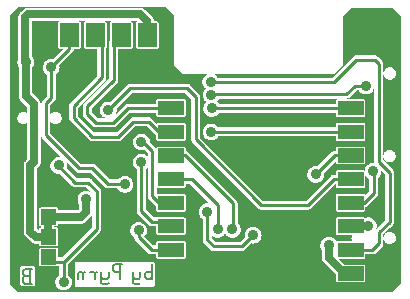
<source format=gbr>
G04 start of page 3 for group 5 idx 5 *
G04 Title: (unknown), bottom *
G04 Creator: pcb 20140316 *
G04 CreationDate: Tue Dec  8 09:12:03 2015 UTC *
G04 For: clemi *
G04 Format: Gerber/RS-274X *
G04 PCB-Dimensions (mil): 1338.58 984.25 *
G04 PCB-Coordinate-Origin: lower left *
%MOIN*%
%FSLAX25Y25*%
%LNBOTTOM*%
%ADD38C,0.0118*%
%ADD37C,0.0200*%
%ADD36C,0.0240*%
%ADD35C,0.0360*%
%ADD34R,0.0472X0.0472*%
%ADD33R,0.0630X0.0630*%
%ADD32C,0.0060*%
%ADD31C,0.0250*%
%ADD30C,0.0100*%
%ADD29C,0.0001*%
G54D29*G36*
X110411Y60392D02*X110473Y60340D01*
X110554Y60291D01*
X110641Y60254D01*
X110733Y60232D01*
X110827Y60227D01*
X119582Y60232D01*
X119674Y60254D01*
X119761Y60291D01*
X119842Y60340D01*
X119914Y60401D01*
X119975Y60473D01*
X120024Y60554D01*
X120061Y60641D01*
X120083Y60733D01*
X120088Y60827D01*
X120083Y65645D01*
X120061Y65737D01*
X120024Y65824D01*
X119975Y65905D01*
X119914Y65977D01*
X119842Y66038D01*
X119761Y66087D01*
X119674Y66124D01*
X119582Y66146D01*
X119488Y66151D01*
X110733Y66146D01*
X110641Y66124D01*
X110554Y66087D01*
X110473Y66038D01*
X110411Y65985D01*
Y66413D01*
X113721D01*
X113780Y66409D01*
X114014Y66427D01*
X114015Y66427D01*
X114244Y66482D01*
X114463Y66573D01*
X114664Y66696D01*
X114843Y66849D01*
X114882Y66894D01*
X117157Y69169D01*
X117911D01*
X118003Y69018D01*
X118290Y68683D01*
X118625Y68397D01*
X119000Y68167D01*
X119408Y67998D01*
X119836Y67895D01*
X120276Y67861D01*
X120715Y67895D01*
X121144Y67998D01*
X121551Y68167D01*
X121926Y68397D01*
X122262Y68683D01*
X122548Y69018D01*
X122778Y69394D01*
X122947Y69801D01*
X123008Y70056D01*
Y45433D01*
X123003Y45374D01*
X123022Y45139D01*
X123077Y44909D01*
X123081Y44899D01*
X123077Y44900D01*
X122638Y44935D01*
X122198Y44900D01*
X121770Y44797D01*
X121363Y44628D01*
X120987Y44398D01*
X120652Y44112D01*
X120366Y43777D01*
X120135Y43401D01*
X119967Y42994D01*
X119864Y42565D01*
X119851Y42408D01*
X119842Y42416D01*
X119761Y42465D01*
X119674Y42502D01*
X119582Y42524D01*
X119488Y42529D01*
X110733Y42524D01*
X110641Y42502D01*
X110554Y42465D01*
X110473Y42416D01*
X110411Y42363D01*
Y44644D01*
X110473Y44592D01*
X110554Y44542D01*
X110641Y44506D01*
X110733Y44484D01*
X110827Y44479D01*
X119582Y44484D01*
X119674Y44506D01*
X119761Y44542D01*
X119842Y44592D01*
X119914Y44653D01*
X119975Y44725D01*
X120024Y44806D01*
X120061Y44893D01*
X120083Y44985D01*
X120088Y45079D01*
X120083Y49897D01*
X120061Y49989D01*
X120024Y50076D01*
X119975Y50157D01*
X119914Y50229D01*
X119842Y50290D01*
X119761Y50339D01*
X119674Y50376D01*
X119582Y50398D01*
X119488Y50403D01*
X110733Y50398D01*
X110641Y50376D01*
X110554Y50339D01*
X110473Y50290D01*
X110411Y50237D01*
Y52518D01*
X110473Y52466D01*
X110554Y52417D01*
X110641Y52380D01*
X110733Y52358D01*
X110827Y52353D01*
X119582Y52358D01*
X119674Y52380D01*
X119761Y52417D01*
X119842Y52466D01*
X119914Y52527D01*
X119975Y52599D01*
X120024Y52680D01*
X120061Y52767D01*
X120083Y52859D01*
X120088Y52953D01*
X120083Y57771D01*
X120061Y57863D01*
X120024Y57950D01*
X119975Y58031D01*
X119914Y58103D01*
X119842Y58164D01*
X119761Y58213D01*
X119674Y58250D01*
X119582Y58272D01*
X119488Y58277D01*
X110733Y58272D01*
X110641Y58250D01*
X110554Y58213D01*
X110473Y58164D01*
X110411Y58111D01*
Y60392D01*
G37*
G36*
Y65985D02*X110401Y65977D01*
X110340Y65905D01*
X110291Y65824D01*
X110254Y65737D01*
X110232Y65645D01*
X110227Y65551D01*
X110228Y64689D01*
X71262D01*
X71170Y64840D01*
X70884Y65175D01*
X70549Y65461D01*
X70445Y65524D01*
X70687Y65731D01*
X70973Y66066D01*
X71186Y66413D01*
X110411D01*
Y65985D01*
G37*
G36*
X36633Y96850D02*X53543D01*
X56299Y94094D01*
Y77559D01*
X59252Y74606D01*
X67365D01*
X67229Y74550D01*
X66853Y74319D01*
X66518Y74033D01*
X66232Y73698D01*
X66001Y73322D01*
X65833Y72915D01*
X65730Y72487D01*
X65695Y72047D01*
X65730Y71608D01*
X65833Y71179D01*
X66001Y70772D01*
X66232Y70396D01*
X66518Y70061D01*
X66826Y69798D01*
X66715Y69703D01*
X66429Y69367D01*
X66198Y68992D01*
X66030Y68584D01*
X65927Y68156D01*
X65892Y67717D01*
X65927Y67277D01*
X66030Y66849D01*
X66198Y66441D01*
X66429Y66066D01*
X66715Y65731D01*
X67050Y65444D01*
X67153Y65381D01*
X66912Y65175D01*
X66625Y64840D01*
X66395Y64464D01*
X66226Y64057D01*
X66124Y63628D01*
X66089Y63189D01*
X66124Y62750D01*
X66226Y62321D01*
X66395Y61914D01*
X66625Y61538D01*
X66912Y61203D01*
X67247Y60917D01*
X67623Y60686D01*
X68030Y60518D01*
X68458Y60415D01*
X68898Y60380D01*
X69337Y60415D01*
X69766Y60518D01*
X70173Y60686D01*
X70549Y60917D01*
X70884Y61203D01*
X71170Y61538D01*
X71262Y61689D01*
X110231D01*
X110232Y60733D01*
X110254Y60641D01*
X110291Y60554D01*
X110340Y60473D01*
X110401Y60401D01*
X110411Y60392D01*
Y58111D01*
X110401Y58103D01*
X110340Y58031D01*
X110291Y57950D01*
X110254Y57863D01*
X110232Y57771D01*
X110227Y57677D01*
X110228Y56815D01*
X71065D01*
X70973Y56966D01*
X70687Y57301D01*
X70352Y57587D01*
X69976Y57817D01*
X69569Y57986D01*
X69140Y58089D01*
X68701Y58124D01*
X68261Y58089D01*
X67833Y57986D01*
X67426Y57817D01*
X67050Y57587D01*
X66715Y57301D01*
X66429Y56966D01*
X66198Y56590D01*
X66030Y56183D01*
X65927Y55754D01*
X65892Y55315D01*
X65927Y54876D01*
X66030Y54447D01*
X66198Y54040D01*
X66429Y53664D01*
X66715Y53329D01*
X67050Y53043D01*
X67426Y52812D01*
X67833Y52644D01*
X68261Y52541D01*
X68701Y52506D01*
X69140Y52541D01*
X69569Y52644D01*
X69976Y52812D01*
X70352Y53043D01*
X70687Y53329D01*
X70973Y53664D01*
X71065Y53815D01*
X110231D01*
X110232Y52859D01*
X110254Y52767D01*
X110291Y52680D01*
X110340Y52599D01*
X110401Y52527D01*
X110411Y52518D01*
Y50237D01*
X110401Y50229D01*
X110340Y50157D01*
X110291Y50076D01*
X110254Y49989D01*
X110232Y49897D01*
X110227Y49803D01*
X110228Y48941D01*
X109901D01*
X109843Y48946D01*
X109607Y48927D01*
X109378Y48872D01*
X109159Y48782D01*
X108958Y48658D01*
X108958Y48658D01*
X108779Y48505D01*
X108740Y48460D01*
X104155Y43874D01*
X103983Y43916D01*
X103543Y43950D01*
X103104Y43916D01*
X102675Y43813D01*
X102268Y43644D01*
X101892Y43414D01*
X101557Y43128D01*
X101271Y42793D01*
X101041Y42417D01*
X100872Y42010D01*
X100769Y41581D01*
X100735Y41142D01*
X100769Y40702D01*
X100872Y40274D01*
X101041Y39867D01*
X101271Y39491D01*
X101557Y39156D01*
X101892Y38870D01*
X102268Y38639D01*
X102675Y38471D01*
X103104Y38368D01*
X103543Y38333D01*
X103983Y38368D01*
X104411Y38471D01*
X104818Y38639D01*
X105194Y38870D01*
X105529Y39156D01*
X105816Y39491D01*
X106046Y39867D01*
X106214Y40274D01*
X106317Y40702D01*
X106343Y41142D01*
X106317Y41581D01*
X106276Y41753D01*
X110231Y45709D01*
X110232Y44985D01*
X110254Y44893D01*
X110291Y44806D01*
X110340Y44725D01*
X110401Y44653D01*
X110411Y44644D01*
Y42363D01*
X110401Y42355D01*
X110340Y42283D01*
X110291Y42202D01*
X110254Y42115D01*
X110232Y42023D01*
X110227Y41929D01*
X110228Y41067D01*
X109704D01*
X109646Y41072D01*
X109410Y41053D01*
X109181Y40998D01*
X108963Y40908D01*
X108761Y40784D01*
X108761Y40784D01*
X108582Y40631D01*
X108543Y40586D01*
X100363Y32406D01*
X86054D01*
X65083Y53377D01*
Y66870D01*
X65087Y66929D01*
X65069Y67164D01*
X65069Y67165D01*
X65014Y67394D01*
X64923Y67612D01*
X64800Y67814D01*
X64647Y67993D01*
X64602Y68031D01*
X61732Y70901D01*
X61694Y70946D01*
X61514Y71099D01*
X61313Y71223D01*
X61095Y71313D01*
X60865Y71368D01*
X60865Y71368D01*
X60630Y71387D01*
X60571Y71382D01*
X41791D01*
X41732Y71387D01*
X41497Y71368D01*
X41267Y71313D01*
X41049Y71223D01*
X40848Y71099D01*
X40848Y71099D01*
X40668Y70946D01*
X40630Y70901D01*
X36633Y66904D01*
Y70929D01*
X37240Y71536D01*
X37284Y71574D01*
X37438Y71753D01*
X37438Y71753D01*
X37561Y71955D01*
X37651Y72173D01*
X37707Y72402D01*
X37725Y72638D01*
X37720Y72697D01*
Y83063D01*
X42023Y83067D01*
X42115Y83089D01*
X42202Y83125D01*
X42283Y83175D01*
X42355Y83236D01*
X42416Y83308D01*
X42465Y83388D01*
X42502Y83475D01*
X42524Y83567D01*
X42529Y83661D01*
X42524Y91630D01*
X42502Y91721D01*
X42465Y91809D01*
X42416Y91889D01*
X42355Y91961D01*
X42283Y92022D01*
X42202Y92072D01*
X42115Y92108D01*
X42023Y92130D01*
X41929Y92135D01*
X36633Y92131D01*
Y92238D01*
X44147D01*
X44255Y92130D01*
X44197Y92130D01*
X44105Y92108D01*
X44018Y92072D01*
X43938Y92022D01*
X43866Y91961D01*
X43804Y91889D01*
X43755Y91809D01*
X43719Y91721D01*
X43697Y91630D01*
X43691Y91535D01*
X43697Y83567D01*
X43719Y83475D01*
X43755Y83388D01*
X43804Y83308D01*
X43866Y83236D01*
X43938Y83175D01*
X44018Y83125D01*
X44105Y83089D01*
X44197Y83067D01*
X44291Y83061D01*
X50685Y83067D01*
X50777Y83089D01*
X50864Y83125D01*
X50944Y83175D01*
X51016Y83236D01*
X51077Y83308D01*
X51127Y83388D01*
X51163Y83475D01*
X51185Y83567D01*
X51191Y83661D01*
X51185Y91630D01*
X51163Y91721D01*
X51127Y91809D01*
X51077Y91889D01*
X51016Y91961D01*
X50944Y92022D01*
X50864Y92072D01*
X50777Y92108D01*
X50685Y92130D01*
X50591Y92135D01*
X49697Y92135D01*
X49670Y92479D01*
X49670Y92479D01*
X49587Y92823D01*
X49452Y93151D01*
X49267Y93453D01*
X49037Y93722D01*
X48970Y93779D01*
X46732Y96017D01*
X46675Y96084D01*
X46405Y96314D01*
X46103Y96499D01*
X45776Y96635D01*
X45432Y96717D01*
X45432Y96717D01*
X45079Y96745D01*
X44991Y96738D01*
X36633D01*
Y96850D01*
G37*
G36*
X128186Y17917D02*X128189Y17917D01*
X128515Y17943D01*
X128833Y18019D01*
X129135Y18144D01*
X129413Y18315D01*
X129662Y18527D01*
X129874Y18776D01*
X130045Y19054D01*
X130170Y19356D01*
X130246Y19674D01*
X130265Y20000D01*
X130246Y20326D01*
X130170Y20644D01*
X130045Y20946D01*
X129874Y21224D01*
X129662Y21473D01*
X129413Y21685D01*
X129135Y21856D01*
X128833Y21981D01*
X128515Y22057D01*
X128189Y22083D01*
X128186Y22083D01*
Y23309D01*
X129169Y24291D01*
X129214Y24330D01*
X129367Y24509D01*
X129367Y24509D01*
X129490Y24711D01*
X129581Y24929D01*
X129636Y25158D01*
X129654Y25394D01*
X129650Y25453D01*
Y41673D01*
X129654Y41732D01*
X129636Y41968D01*
X129581Y42197D01*
X129490Y42415D01*
X129367Y42617D01*
X129214Y42796D01*
X129169Y42835D01*
X128186Y43817D01*
Y45164D01*
X128475Y45187D01*
X128793Y45263D01*
X129095Y45388D01*
X129374Y45559D01*
X129622Y45771D01*
X129835Y46020D01*
X130005Y46299D01*
X130130Y46600D01*
X130207Y46918D01*
X130226Y47244D01*
X130207Y47570D01*
X130130Y47888D01*
X130005Y48190D01*
X129835Y48468D01*
X129622Y48717D01*
X129374Y48929D01*
X129095Y49100D01*
X128793Y49225D01*
X128475Y49301D01*
X128186Y49324D01*
Y72721D01*
X128189Y72720D01*
X128515Y72746D01*
X128833Y72822D01*
X129135Y72947D01*
X129413Y73118D01*
X129662Y73330D01*
X129874Y73579D01*
X130045Y73858D01*
X130170Y74160D01*
X130246Y74477D01*
X130265Y74803D01*
X130246Y75129D01*
X130170Y75447D01*
X130045Y75749D01*
X129874Y76027D01*
X129662Y76276D01*
X129413Y76488D01*
X129135Y76659D01*
X128833Y76784D01*
X128515Y76860D01*
X128189Y76886D01*
X128186Y76886D01*
Y96457D01*
X129331D01*
X131890Y93898D01*
Y4921D01*
X128937Y1969D01*
X128186D01*
Y17917D01*
G37*
G36*
Y43817D02*X126008Y45995D01*
Y77756D01*
X126008Y77756D01*
Y77992D01*
X126012Y78051D01*
X125994Y78286D01*
X125994Y78287D01*
X125939Y78516D01*
X125849Y78734D01*
X125725Y78936D01*
X125572Y79115D01*
X125527Y79153D01*
X124331Y80350D01*
X124292Y80395D01*
X124113Y80548D01*
X123911Y80671D01*
X123693Y80762D01*
X123464Y80817D01*
X123464Y80817D01*
X123228Y80835D01*
X123170Y80831D01*
X117185D01*
X117126Y80835D01*
X116891Y80817D01*
X116661Y80762D01*
X116443Y80671D01*
X116242Y80548D01*
X116241Y80548D01*
X116062Y80395D01*
X116024Y80350D01*
X109024Y73350D01*
X70989D01*
X70776Y73698D01*
X70490Y74033D01*
X70155Y74319D01*
X69779Y74550D01*
X69643Y74606D01*
X109646D01*
X112598Y77559D01*
Y93701D01*
X115354Y96457D01*
X128186D01*
Y76886D01*
X127863Y76860D01*
X127545Y76784D01*
X127243Y76659D01*
X126965Y76488D01*
X126716Y76276D01*
X126504Y76027D01*
X126333Y75749D01*
X126208Y75447D01*
X126132Y75129D01*
X126106Y74803D01*
X126132Y74477D01*
X126208Y74160D01*
X126333Y73858D01*
X126504Y73579D01*
X126716Y73330D01*
X126965Y73118D01*
X127243Y72947D01*
X127545Y72822D01*
X127863Y72746D01*
X128186Y72721D01*
Y49324D01*
X128150Y49327D01*
X127824Y49301D01*
X127506Y49225D01*
X127204Y49100D01*
X126925Y48929D01*
X126677Y48717D01*
X126465Y48468D01*
X126294Y48190D01*
X126169Y47888D01*
X126092Y47570D01*
X126067Y47244D01*
X126092Y46918D01*
X126169Y46600D01*
X126294Y46299D01*
X126465Y46020D01*
X126677Y45771D01*
X126925Y45559D01*
X127204Y45388D01*
X127506Y45263D01*
X127824Y45187D01*
X128150Y45161D01*
X128186Y45164D01*
Y43817D01*
G37*
G36*
Y22083D02*X127863Y22057D01*
X127545Y21981D01*
X127243Y21856D01*
X126965Y21685D01*
X126716Y21473D01*
X126504Y21224D01*
X126333Y20946D01*
X126208Y20644D01*
X126132Y20326D01*
X126106Y20001D01*
Y21229D01*
X128186Y23309D01*
Y22083D01*
G37*
G36*
X50963Y68382D02*X60009D01*
X62083Y66308D01*
Y52815D01*
X62078Y52756D01*
X62097Y52521D01*
X62152Y52291D01*
X62242Y52073D01*
X62365Y51872D01*
X62519Y51692D01*
X62564Y51654D01*
X84331Y29886D01*
X84369Y29842D01*
X84549Y29688D01*
X84549Y29688D01*
X84750Y29565D01*
X84968Y29475D01*
X85198Y29419D01*
X85433Y29401D01*
X85492Y29406D01*
X100925D01*
X100984Y29401D01*
X101219Y29419D01*
X101220Y29419D01*
X101449Y29475D01*
X101667Y29565D01*
X101869Y29688D01*
X102048Y29842D01*
X102087Y29886D01*
X110231Y38031D01*
X110232Y37111D01*
X110254Y37019D01*
X110291Y36931D01*
X110340Y36851D01*
X110401Y36779D01*
X110473Y36718D01*
X110554Y36668D01*
X110641Y36632D01*
X110733Y36610D01*
X110827Y36605D01*
X119582Y36610D01*
X119674Y36632D01*
X119761Y36668D01*
X119842Y36718D01*
X119914Y36779D01*
X119975Y36851D01*
X120024Y36931D01*
X120061Y37019D01*
X120083Y37111D01*
X120088Y37205D01*
X120084Y40975D01*
X120135Y40851D01*
X120366Y40475D01*
X120652Y40140D01*
X120987Y39854D01*
X121335Y39641D01*
Y35464D01*
X120071Y34200D01*
X120061Y34241D01*
X120024Y34328D01*
X119975Y34409D01*
X119914Y34481D01*
X119842Y34542D01*
X119761Y34591D01*
X119674Y34628D01*
X119582Y34650D01*
X119488Y34655D01*
X110733Y34650D01*
X110641Y34628D01*
X110554Y34591D01*
X110473Y34542D01*
X110401Y34481D01*
X110340Y34409D01*
X110291Y34328D01*
X110254Y34241D01*
X110232Y34149D01*
X110227Y34055D01*
X110232Y29237D01*
X110254Y29145D01*
X110291Y29057D01*
X110340Y28977D01*
X110401Y28905D01*
X110473Y28844D01*
X110554Y28794D01*
X110641Y28758D01*
X110733Y28736D01*
X110827Y28731D01*
X119582Y28736D01*
X119674Y28758D01*
X119761Y28794D01*
X119842Y28844D01*
X119914Y28905D01*
X119975Y28977D01*
X120024Y29057D01*
X120061Y29145D01*
X120083Y29237D01*
X120088Y29331D01*
X120087Y30247D01*
X120150Y30262D01*
X120368Y30352D01*
X120569Y30476D01*
X120749Y30629D01*
X120787Y30674D01*
X123854Y33740D01*
X123899Y33779D01*
X124052Y33958D01*
X124052Y33958D01*
X124175Y34159D01*
X124266Y34378D01*
X124321Y34607D01*
X124339Y34843D01*
X124335Y34901D01*
Y39893D01*
X124624Y40140D01*
X124910Y40475D01*
X125140Y40851D01*
X125309Y41258D01*
X125412Y41687D01*
X125438Y42126D01*
X125425Y42335D01*
X126650Y41111D01*
Y26015D01*
X123700Y23065D01*
X123734Y23148D01*
X123837Y23576D01*
X123863Y24016D01*
X123837Y24455D01*
X123734Y24884D01*
X123566Y25291D01*
X123335Y25667D01*
X123049Y26002D01*
X122714Y26288D01*
X122338Y26518D01*
X121931Y26687D01*
X121502Y26790D01*
X121063Y26824D01*
X120624Y26790D01*
X120195Y26687D01*
X119937Y26580D01*
X119914Y26607D01*
X119842Y26668D01*
X119761Y26717D01*
X119674Y26754D01*
X119582Y26776D01*
X119488Y26781D01*
X110733Y26776D01*
X110641Y26754D01*
X110554Y26717D01*
X110473Y26668D01*
X110401Y26607D01*
X110340Y26535D01*
X110291Y26454D01*
X110254Y26367D01*
X110232Y26275D01*
X110227Y26181D01*
X110232Y21363D01*
X110254Y21271D01*
X110291Y21183D01*
X110340Y21103D01*
X110401Y21031D01*
X110473Y20970D01*
X110554Y20920D01*
X110641Y20884D01*
X110733Y20862D01*
X110827Y20857D01*
X115668Y20860D01*
X115578Y20644D01*
X115502Y20326D01*
X115476Y20000D01*
X115502Y19674D01*
X115578Y19356D01*
X115703Y19054D01*
X115795Y18905D01*
X110733Y18902D01*
X110641Y18879D01*
X110554Y18843D01*
X110473Y18794D01*
X110402Y18733D01*
X110377Y18795D01*
X110146Y19171D01*
X109860Y19506D01*
X109525Y19792D01*
X109149Y20022D01*
X108742Y20191D01*
X108313Y20294D01*
X107874Y20328D01*
X107435Y20294D01*
X107006Y20191D01*
X106599Y20022D01*
X106223Y19792D01*
X105888Y19506D01*
X105602Y19171D01*
X105372Y18795D01*
X105203Y18388D01*
X105100Y17959D01*
X105065Y17520D01*
X105100Y17080D01*
X105203Y16652D01*
X105372Y16245D01*
X105602Y15869D01*
X105624Y15843D01*
Y13474D01*
X105617Y13386D01*
X105645Y13033D01*
Y13033D01*
X105728Y12688D01*
X105863Y12361D01*
X105933Y12246D01*
X106048Y12059D01*
X106048Y12059D01*
X106278Y11790D01*
X106345Y11732D01*
X110230Y7848D01*
X110232Y5615D01*
X110254Y5523D01*
X110291Y5435D01*
X110340Y5355D01*
X110401Y5283D01*
X110473Y5222D01*
X110554Y5172D01*
X110641Y5136D01*
X110733Y5114D01*
X110827Y5109D01*
X119582Y5114D01*
X119674Y5136D01*
X119761Y5172D01*
X119842Y5222D01*
X119914Y5283D01*
X119975Y5355D01*
X120024Y5435D01*
X120061Y5523D01*
X120083Y5615D01*
X120088Y5709D01*
X120083Y10527D01*
X120061Y10619D01*
X120024Y10706D01*
X119975Y10787D01*
X119914Y10859D01*
X119842Y10920D01*
X119761Y10969D01*
X119674Y11005D01*
X119582Y11028D01*
X119488Y11033D01*
X113413Y11029D01*
X111459Y12983D01*
X119582Y12988D01*
X119674Y13010D01*
X119761Y13046D01*
X119842Y13096D01*
X119914Y13157D01*
X119975Y13229D01*
X120024Y13309D01*
X120061Y13397D01*
X120083Y13489D01*
X120088Y13583D01*
X120087Y14445D01*
X122382D01*
X122441Y14440D01*
X122676Y14459D01*
X122676Y14459D01*
X122906Y14514D01*
X123124Y14604D01*
X123325Y14728D01*
X123505Y14881D01*
X123543Y14926D01*
X125625Y17008D01*
X125670Y17046D01*
X125823Y17226D01*
X125824Y17226D01*
X125947Y17427D01*
X126037Y17645D01*
X126092Y17875D01*
X126111Y18110D01*
X126106Y18169D01*
Y19999D01*
X126132Y19674D01*
X126208Y19356D01*
X126333Y19054D01*
X126504Y18776D01*
X126716Y18527D01*
X126965Y18315D01*
X127243Y18144D01*
X127545Y18019D01*
X127863Y17943D01*
X128186Y17917D01*
Y1969D01*
X50963D01*
Y12984D01*
X50984Y12983D01*
X59740Y12988D01*
X59832Y13010D01*
X59919Y13046D01*
X59999Y13096D01*
X60071Y13157D01*
X60133Y13229D01*
X60182Y13309D01*
X60218Y13397D01*
X60240Y13489D01*
X60246Y13583D01*
X60240Y18401D01*
X60218Y18493D01*
X60182Y18580D01*
X60133Y18661D01*
X60071Y18733D01*
X59999Y18794D01*
X59919Y18843D01*
X59832Y18879D01*
X59740Y18902D01*
X59646Y18907D01*
X50963Y18902D01*
Y20858D01*
X50984Y20857D01*
X59740Y20862D01*
X59832Y20884D01*
X59919Y20920D01*
X59999Y20970D01*
X60071Y21031D01*
X60133Y21103D01*
X60182Y21183D01*
X60218Y21271D01*
X60240Y21363D01*
X60246Y21457D01*
X60240Y26275D01*
X60218Y26367D01*
X60182Y26454D01*
X60133Y26535D01*
X60071Y26607D01*
X59999Y26668D01*
X59919Y26717D01*
X59832Y26754D01*
X59740Y26776D01*
X59646Y26781D01*
X54318Y26778D01*
X54205Y26825D01*
X53976Y26880D01*
X53975Y26880D01*
X53740Y26898D01*
X53681Y26894D01*
X50963D01*
Y28732D01*
X50984Y28731D01*
X59740Y28736D01*
X59832Y28758D01*
X59919Y28794D01*
X59999Y28844D01*
X60071Y28905D01*
X60133Y28977D01*
X60182Y29057D01*
X60218Y29145D01*
X60240Y29237D01*
X60246Y29331D01*
X60240Y34149D01*
X60218Y34241D01*
X60182Y34328D01*
X60133Y34409D01*
X60071Y34481D01*
X59999Y34542D01*
X59919Y34591D01*
X59832Y34628D01*
X59740Y34650D01*
X59646Y34655D01*
X50963Y34650D01*
Y36606D01*
X50984Y36605D01*
X59740Y36610D01*
X59832Y36632D01*
X59919Y36668D01*
X59999Y36718D01*
X60071Y36779D01*
X60133Y36851D01*
X60182Y36931D01*
X60218Y37019D01*
X60240Y37111D01*
X60246Y37205D01*
X60245Y38067D01*
X61583D01*
X68273Y31377D01*
X68191Y31411D01*
X67762Y31514D01*
X67323Y31549D01*
X66883Y31514D01*
X66455Y31411D01*
X66048Y31243D01*
X65672Y31012D01*
X65337Y30726D01*
X65051Y30391D01*
X64820Y30015D01*
X64652Y29608D01*
X64549Y29180D01*
X64514Y28740D01*
X64549Y28301D01*
X64652Y27872D01*
X64820Y27465D01*
X65051Y27089D01*
X65337Y26754D01*
X65672Y26468D01*
X65823Y26375D01*
Y19350D01*
X65818Y19291D01*
X65837Y19056D01*
X65892Y18826D01*
X65982Y18608D01*
X66106Y18407D01*
X66259Y18227D01*
X66304Y18189D01*
X68386Y16107D01*
X68424Y16062D01*
X68604Y15909D01*
X68805Y15785D01*
X69023Y15695D01*
X69253Y15640D01*
X69488Y15621D01*
X69547Y15626D01*
X78878D01*
X78937Y15621D01*
X79172Y15640D01*
X79172Y15640D01*
X79402Y15695D01*
X79620Y15785D01*
X79821Y15909D01*
X80001Y16062D01*
X80039Y16107D01*
X82066Y18133D01*
X82238Y18092D01*
X82677Y18058D01*
X83117Y18092D01*
X83545Y18195D01*
X83952Y18364D01*
X84328Y18594D01*
X84663Y18880D01*
X84949Y19215D01*
X85180Y19591D01*
X85348Y19998D01*
X85451Y20427D01*
X85477Y20866D01*
X85451Y21306D01*
X85348Y21734D01*
X85180Y22141D01*
X84949Y22517D01*
X84663Y22852D01*
X84328Y23138D01*
X83952Y23369D01*
X83545Y23537D01*
X83117Y23640D01*
X82677Y23675D01*
X82238Y23640D01*
X81809Y23537D01*
X81402Y23369D01*
X81026Y23138D01*
X80691Y22852D01*
X80405Y22517D01*
X80175Y22141D01*
X80006Y21734D01*
X79903Y21306D01*
X79869Y20866D01*
X79903Y20427D01*
X79944Y20255D01*
X78316Y18626D01*
X70110D01*
X68823Y19913D01*
Y20916D01*
X68880Y20849D01*
X69215Y20562D01*
X69591Y20332D01*
X69998Y20163D01*
X70427Y20061D01*
X70866Y20026D01*
X71306Y20061D01*
X71734Y20163D01*
X72141Y20332D01*
X72517Y20562D01*
X72852Y20849D01*
X73138Y21184D01*
X73327Y21491D01*
X73515Y21184D01*
X73801Y20849D01*
X74137Y20562D01*
X74512Y20332D01*
X74919Y20163D01*
X75348Y20061D01*
X75787Y20026D01*
X76227Y20061D01*
X76655Y20163D01*
X77062Y20332D01*
X77438Y20562D01*
X77773Y20849D01*
X78060Y21184D01*
X78290Y21560D01*
X78459Y21967D01*
X78561Y22395D01*
X78587Y22835D01*
X78561Y23274D01*
X78459Y23703D01*
X78290Y24110D01*
X78060Y24486D01*
X77773Y24821D01*
X77484Y25068D01*
Y31437D01*
X77489Y31496D01*
X77470Y31731D01*
X77470Y31731D01*
X77415Y31961D01*
X77325Y32179D01*
X77202Y32380D01*
X77048Y32560D01*
X77003Y32598D01*
X61142Y48460D01*
X61103Y48505D01*
X60924Y48658D01*
X60722Y48782D01*
X60504Y48872D01*
X60275Y48927D01*
X60275Y48927D01*
X60241Y48930D01*
X60240Y49897D01*
X60218Y49989D01*
X60182Y50076D01*
X60133Y50157D01*
X60071Y50229D01*
X59999Y50290D01*
X59919Y50339D01*
X59832Y50376D01*
X59740Y50398D01*
X59646Y50403D01*
X50963Y50398D01*
Y52354D01*
X50984Y52353D01*
X59740Y52358D01*
X59832Y52380D01*
X59919Y52417D01*
X59999Y52466D01*
X60071Y52527D01*
X60133Y52599D01*
X60182Y52680D01*
X60218Y52767D01*
X60240Y52859D01*
X60246Y52953D01*
X60240Y57771D01*
X60218Y57863D01*
X60182Y57950D01*
X60133Y58031D01*
X60071Y58103D01*
X59999Y58164D01*
X59919Y58213D01*
X59832Y58250D01*
X59740Y58272D01*
X59646Y58277D01*
X50963Y58272D01*
Y60228D01*
X50984Y60227D01*
X59740Y60232D01*
X59832Y60254D01*
X59919Y60291D01*
X59999Y60340D01*
X60071Y60401D01*
X60133Y60473D01*
X60182Y60554D01*
X60218Y60641D01*
X60240Y60733D01*
X60246Y60827D01*
X60240Y65645D01*
X60218Y65737D01*
X60182Y65824D01*
X60133Y65905D01*
X60071Y65977D01*
X59999Y66038D01*
X59919Y66087D01*
X59832Y66124D01*
X59740Y66146D01*
X59646Y66151D01*
X50963Y66146D01*
Y68382D01*
G37*
G36*
Y34650D02*X50890Y34650D01*
X50798Y34628D01*
X50711Y34591D01*
X50630Y34542D01*
X50559Y34481D01*
X50538Y34457D01*
X50516Y34480D01*
Y36829D01*
X50559Y36779D01*
X50630Y36718D01*
X50711Y36668D01*
X50798Y36632D01*
X50890Y36610D01*
X50963Y36606D01*
Y34650D01*
G37*
G36*
Y26894D02*X49637D01*
X46972Y29558D01*
Y42911D01*
X47123Y43003D01*
X47458Y43290D01*
X47516Y43357D01*
Y33917D01*
X47511Y33858D01*
X47530Y33623D01*
X47585Y33393D01*
X47675Y33175D01*
X47798Y32974D01*
X47799Y32974D01*
X47952Y32794D01*
X47997Y32756D01*
X50079Y30674D01*
X50117Y30629D01*
X50297Y30476D01*
X50388Y30419D01*
X50390Y29237D01*
X50412Y29145D01*
X50448Y29057D01*
X50497Y28977D01*
X50559Y28905D01*
X50630Y28844D01*
X50711Y28794D01*
X50798Y28758D01*
X50890Y28736D01*
X50963Y28732D01*
Y26894D01*
G37*
G36*
Y58272D02*X50890Y58272D01*
X50798Y58250D01*
X50711Y58213D01*
X50630Y58164D01*
X50559Y58103D01*
X50538Y58079D01*
X48937Y59680D01*
X48899Y59725D01*
X48719Y59879D01*
X48518Y60002D01*
X48300Y60092D01*
X48070Y60148D01*
X47835Y60166D01*
X47776Y60161D01*
X42775D01*
X42717Y60166D01*
X42481Y60148D01*
X42252Y60092D01*
X42033Y60002D01*
X41832Y59879D01*
X41832Y59878D01*
X41653Y59725D01*
X41614Y59681D01*
X37174Y55240D01*
X36633D01*
Y56896D01*
X36707Y56927D01*
X36908Y57050D01*
X37088Y57204D01*
X37126Y57249D01*
X41566Y61689D01*
X50389D01*
X50390Y60733D01*
X50412Y60641D01*
X50448Y60554D01*
X50497Y60473D01*
X50559Y60401D01*
X50630Y60340D01*
X50711Y60291D01*
X50798Y60254D01*
X50890Y60232D01*
X50963Y60228D01*
Y58272D01*
G37*
G36*
Y1969D02*X36633D01*
Y3577D01*
X49409Y3579D01*
X49500Y3601D01*
X49587Y3638D01*
X49668Y3687D01*
X49739Y3748D01*
X49801Y3820D01*
X49850Y3900D01*
X49886Y3987D01*
X49908Y4078D01*
X49913Y4172D01*
X49908Y11575D01*
X49886Y11666D01*
X49850Y11753D01*
X49801Y11834D01*
X49739Y11905D01*
X49668Y11966D01*
X49587Y12016D01*
X49500Y12052D01*
X49409Y12074D01*
X49315Y12079D01*
X36633Y12076D01*
Y36492D01*
X37475D01*
X37688Y36144D01*
X37975Y35809D01*
X38310Y35523D01*
X38686Y35293D01*
X39093Y35124D01*
X39521Y35021D01*
X39961Y34987D01*
X40400Y35021D01*
X40829Y35124D01*
X41236Y35293D01*
X41612Y35523D01*
X41947Y35809D01*
X42233Y36144D01*
X42463Y36520D01*
X42632Y36927D01*
X42735Y37356D01*
X42761Y37795D01*
X42735Y38235D01*
X42632Y38663D01*
X42463Y39070D01*
X42233Y39446D01*
X41947Y39781D01*
X41612Y40068D01*
X41236Y40298D01*
X40829Y40466D01*
X40400Y40569D01*
X39961Y40604D01*
X39521Y40569D01*
X39093Y40466D01*
X38686Y40298D01*
X38310Y40068D01*
X37975Y39781D01*
X37728Y39492D01*
X36633D01*
Y52240D01*
X37737D01*
X37795Y52236D01*
X38030Y52254D01*
X38031Y52254D01*
X38260Y52309D01*
X38478Y52400D01*
X38680Y52523D01*
X38859Y52676D01*
X38898Y52721D01*
X43338Y57161D01*
X47213D01*
X50079Y54296D01*
X50117Y54251D01*
X50297Y54098D01*
X50388Y54041D01*
X50390Y52859D01*
X50412Y52767D01*
X50448Y52680D01*
X50497Y52599D01*
X50559Y52527D01*
X50630Y52466D01*
X50711Y52417D01*
X50798Y52380D01*
X50890Y52358D01*
X50963Y52354D01*
Y50398D01*
X50890Y50398D01*
X50798Y50376D01*
X50711Y50339D01*
X50630Y50290D01*
X50559Y50229D01*
X50497Y50157D01*
X50448Y50076D01*
X50412Y49989D01*
X50390Y49897D01*
X50384Y49803D01*
X50384Y49631D01*
X50356Y49699D01*
X50233Y49900D01*
X50080Y50080D01*
X50035Y50118D01*
X48268Y51885D01*
X48272Y51969D01*
X48246Y52408D01*
X48144Y52836D01*
X47975Y53244D01*
X47745Y53619D01*
X47458Y53955D01*
X47123Y54241D01*
X46748Y54471D01*
X46340Y54640D01*
X45912Y54743D01*
X45472Y54777D01*
X45033Y54743D01*
X44605Y54640D01*
X44197Y54471D01*
X43822Y54241D01*
X43486Y53955D01*
X43200Y53619D01*
X42970Y53244D01*
X42801Y52836D01*
X42698Y52408D01*
X42664Y51969D01*
X42698Y51529D01*
X42801Y51101D01*
X42970Y50693D01*
X43200Y50318D01*
X43486Y49982D01*
X43822Y49696D01*
X44197Y49466D01*
X44605Y49297D01*
X45033Y49194D01*
X45472Y49160D01*
X45912Y49194D01*
X46340Y49297D01*
X46533Y49377D01*
X47516Y48394D01*
Y47194D01*
X47458Y47262D01*
X47123Y47548D01*
X46748Y47778D01*
X46340Y47947D01*
X45912Y48050D01*
X45472Y48084D01*
X45033Y48050D01*
X44605Y47947D01*
X44197Y47778D01*
X43822Y47548D01*
X43486Y47262D01*
X43200Y46926D01*
X42970Y46551D01*
X42801Y46144D01*
X42698Y45715D01*
X42664Y45276D01*
X42698Y44836D01*
X42801Y44408D01*
X42970Y44000D01*
X43200Y43625D01*
X43486Y43290D01*
X43822Y43003D01*
X43972Y42911D01*
Y29007D01*
X43967Y28938D01*
X43986Y28702D01*
X44041Y28473D01*
X44131Y28255D01*
X44254Y28053D01*
X44257Y28050D01*
X44409Y27873D01*
X44453Y27835D01*
X47914Y24375D01*
X47952Y24330D01*
X48131Y24176D01*
X48333Y24053D01*
X48551Y23963D01*
X48780Y23908D01*
X49016Y23889D01*
X49075Y23894D01*
X50387D01*
X50390Y21363D01*
X50412Y21271D01*
X50448Y21183D01*
X50497Y21103D01*
X50559Y21031D01*
X50630Y20970D01*
X50711Y20920D01*
X50798Y20884D01*
X50890Y20862D01*
X50963Y20858D01*
Y18902D01*
X50890Y18902D01*
X50798Y18879D01*
X50711Y18843D01*
X50630Y18794D01*
X50559Y18733D01*
X50497Y18661D01*
X50448Y18580D01*
X50412Y18493D01*
X50390Y18401D01*
X50384Y18307D01*
X50385Y17445D01*
X49440D01*
X46450Y20435D01*
X46474Y20455D01*
X46760Y20790D01*
X46991Y21166D01*
X47159Y21573D01*
X47262Y22002D01*
X47288Y22441D01*
X47262Y22880D01*
X47159Y23309D01*
X46991Y23716D01*
X46760Y24092D01*
X46474Y24427D01*
X46139Y24713D01*
X45763Y24943D01*
X45356Y25112D01*
X44928Y25215D01*
X44488Y25250D01*
X44049Y25215D01*
X43620Y25112D01*
X43213Y24943D01*
X42837Y24713D01*
X42502Y24427D01*
X42216Y24092D01*
X41986Y23716D01*
X41817Y23309D01*
X41714Y22880D01*
X41680Y22441D01*
X41714Y22002D01*
X41817Y21573D01*
X41986Y21166D01*
X42216Y20790D01*
X42502Y20455D01*
X42837Y20169D01*
X43000Y20069D01*
X43002Y20040D01*
X43057Y19811D01*
X43148Y19593D01*
X43271Y19391D01*
X43424Y19212D01*
X43469Y19173D01*
X47717Y14926D01*
X47755Y14881D01*
X47934Y14728D01*
X48136Y14604D01*
X48354Y14514D01*
X48584Y14459D01*
X48819Y14440D01*
X48878Y14445D01*
X50389D01*
X50390Y13489D01*
X50412Y13397D01*
X50448Y13309D01*
X50497Y13229D01*
X50559Y13157D01*
X50630Y13096D01*
X50711Y13046D01*
X50798Y13010D01*
X50890Y12988D01*
X50963Y12984D01*
Y1969D01*
G37*
G36*
X50384Y65551D02*X50385Y64689D01*
X41004D01*
X40945Y64694D01*
X40710Y64675D01*
X40480Y64620D01*
X40262Y64530D01*
X40060Y64406D01*
X40060Y64406D01*
X39881Y64253D01*
X39843Y64208D01*
X36941Y61306D01*
X36951Y61323D01*
X37120Y61731D01*
X37223Y62159D01*
X37249Y62598D01*
X37223Y63038D01*
X37182Y63210D01*
X42354Y68382D01*
X50963D01*
Y66146D01*
X50890Y66146D01*
X50798Y66124D01*
X50711Y66087D01*
X50630Y66038D01*
X50559Y65977D01*
X50497Y65905D01*
X50448Y65824D01*
X50412Y65737D01*
X50390Y65645D01*
X50384Y65551D01*
G37*
G36*
X36633Y92131D02*X35536Y92130D01*
X35444Y92108D01*
X35357Y92072D01*
X35276Y92022D01*
X35204Y91961D01*
X35143Y91889D01*
X35094Y91809D01*
X35058Y91721D01*
X35035Y91630D01*
X35030Y91535D01*
X35034Y85960D01*
X35003Y85924D01*
X34880Y85722D01*
X34789Y85504D01*
X34734Y85275D01*
X34734Y85274D01*
X34716Y85039D01*
X34720Y84981D01*
Y73259D01*
X26343Y64882D01*
X26298Y64843D01*
X26145Y64664D01*
X26022Y64463D01*
X25931Y64244D01*
X25876Y64015D01*
X25876Y64015D01*
X25858Y63780D01*
X25862Y63721D01*
Y61279D01*
X25858Y61220D01*
X25876Y60985D01*
X25931Y60756D01*
X26022Y60537D01*
X26145Y60336D01*
X26145Y60336D01*
X26298Y60157D01*
X26343Y60118D01*
X29213Y57249D01*
X29251Y57204D01*
X29431Y57050D01*
X29632Y56927D01*
X29850Y56837D01*
X30080Y56782D01*
X30315Y56763D01*
X30374Y56768D01*
X35965D01*
X36024Y56763D01*
X36259Y56782D01*
X36259Y56782D01*
X36489Y56837D01*
X36633Y56896D01*
Y55240D01*
X29755D01*
X24335Y60661D01*
Y63355D01*
X33303Y72323D01*
X33347Y72361D01*
X33501Y72541D01*
X33501Y72541D01*
X33624Y72742D01*
X33714Y72960D01*
X33770Y73190D01*
X33788Y73425D01*
X33783Y73484D01*
Y83355D01*
X33804Y83388D01*
X33840Y83475D01*
X33862Y83567D01*
X33868Y83661D01*
X33862Y91630D01*
X33840Y91721D01*
X33804Y91809D01*
X33755Y91889D01*
X33693Y91961D01*
X33621Y92022D01*
X33541Y92072D01*
X33454Y92108D01*
X33362Y92130D01*
X33268Y92135D01*
X26874Y92130D01*
X26783Y92108D01*
X26695Y92072D01*
X26615Y92022D01*
X26543Y91961D01*
X26482Y91889D01*
X26432Y91809D01*
X26396Y91721D01*
X26374Y91630D01*
X26369Y91535D01*
X26374Y83567D01*
X26396Y83475D01*
X26432Y83388D01*
X26482Y83308D01*
X26543Y83236D01*
X26615Y83175D01*
X26695Y83125D01*
X26783Y83089D01*
X26874Y83067D01*
X26969Y83061D01*
X30783Y83065D01*
Y74047D01*
X21816Y65079D01*
X21771Y65040D01*
X21617Y64861D01*
X21494Y64659D01*
X21404Y64441D01*
X21349Y64212D01*
X21349Y64211D01*
X21330Y63976D01*
X21335Y63918D01*
Y60098D01*
X21330Y60039D01*
X21349Y59804D01*
X21404Y59574D01*
X21494Y59356D01*
X21617Y59155D01*
X21771Y58975D01*
X21816Y58937D01*
X28032Y52721D01*
X28070Y52676D01*
X28249Y52523D01*
X28451Y52400D01*
X28669Y52309D01*
X28898Y52254D01*
X29134Y52236D01*
X29193Y52240D01*
X36633D01*
Y39492D01*
X34873D01*
X30236Y44129D01*
X30198Y44174D01*
X30018Y44328D01*
X29817Y44451D01*
X29599Y44541D01*
X29369Y44596D01*
X29369Y44596D01*
X29134Y44615D01*
X29075Y44610D01*
X25228D01*
X15083Y54755D01*
Y58807D01*
X15126Y58736D01*
X15338Y58488D01*
X15587Y58276D01*
X15865Y58105D01*
X16167Y57980D01*
X16485Y57903D01*
X16811Y57878D01*
X17137Y57903D01*
X17455Y57980D01*
X17757Y58105D01*
X18035Y58276D01*
X18284Y58488D01*
X18496Y58736D01*
X18667Y59015D01*
X18792Y59317D01*
X18868Y59635D01*
X18887Y59961D01*
X18868Y60286D01*
X18792Y60604D01*
X18667Y60906D01*
X18496Y61185D01*
X18284Y61433D01*
X18035Y61646D01*
X17757Y61816D01*
X17455Y61941D01*
X17137Y62018D01*
X16811Y62043D01*
X16485Y62018D01*
X16167Y61941D01*
X15865Y61816D01*
X15587Y61646D01*
X15338Y61433D01*
X15126Y61185D01*
X15083Y61114D01*
Y64142D01*
X16472Y65532D01*
X16517Y65570D01*
X16670Y65749D01*
X16670Y65749D01*
X16793Y65951D01*
X16884Y66169D01*
X16939Y66398D01*
X16957Y66634D01*
X16953Y66693D01*
Y74467D01*
X17005Y74499D01*
X17340Y74786D01*
X17627Y75121D01*
X17857Y75497D01*
X18026Y75904D01*
X18128Y76332D01*
X18154Y76772D01*
X18128Y77211D01*
X18087Y77383D01*
X22476Y81772D01*
X22521Y81810D01*
X22674Y81990D01*
X22674Y81990D01*
X22797Y82191D01*
X22888Y82409D01*
X22943Y82639D01*
X22961Y82874D01*
X22957Y82933D01*
Y83065D01*
X24700Y83067D01*
X24792Y83089D01*
X24880Y83125D01*
X24960Y83175D01*
X25032Y83236D01*
X25093Y83308D01*
X25143Y83388D01*
X25179Y83475D01*
X25201Y83567D01*
X25206Y83661D01*
X25201Y91630D01*
X25179Y91721D01*
X25143Y91809D01*
X25093Y91889D01*
X25032Y91961D01*
X24960Y92022D01*
X24880Y92072D01*
X24792Y92108D01*
X24700Y92130D01*
X24606Y92135D01*
X18213Y92130D01*
X18121Y92108D01*
X18034Y92072D01*
X17953Y92022D01*
X17882Y91961D01*
X17820Y91889D01*
X17771Y91809D01*
X17735Y91721D01*
X17713Y91630D01*
X17707Y91535D01*
X17713Y83567D01*
X17735Y83475D01*
X17771Y83388D01*
X17820Y83308D01*
X17882Y83236D01*
X17953Y83175D01*
X18034Y83125D01*
X18121Y83089D01*
X18213Y83067D01*
X18307Y83061D01*
X19524Y83062D01*
X15966Y79504D01*
X15794Y79546D01*
X15354Y79580D01*
X14915Y79546D01*
X14486Y79443D01*
X14079Y79274D01*
X13703Y79044D01*
X13368Y78758D01*
X13082Y78423D01*
X12852Y78047D01*
X12683Y77640D01*
X12580Y77211D01*
X12546Y76772D01*
X12580Y76332D01*
X12683Y75904D01*
X12852Y75497D01*
X13082Y75121D01*
X13368Y74786D01*
X13703Y74499D01*
X13953Y74347D01*
Y67255D01*
X12564Y65866D01*
X12519Y65828D01*
X12365Y65648D01*
X12242Y65447D01*
X12152Y65229D01*
X12097Y64999D01*
X12097Y64999D01*
X12078Y64764D01*
X12083Y64705D01*
Y54193D01*
X12078Y54134D01*
X12097Y53898D01*
X12152Y53669D01*
X12242Y53451D01*
X12365Y53249D01*
X12519Y53070D01*
X12564Y53032D01*
X18864Y46732D01*
X18781Y46766D01*
X18353Y46869D01*
X17913Y46903D01*
X17474Y46869D01*
X17045Y46766D01*
X16638Y46597D01*
X16263Y46367D01*
X15927Y46080D01*
X15641Y45745D01*
X15411Y45370D01*
X15242Y44962D01*
X15139Y44534D01*
X15105Y44094D01*
X15139Y43655D01*
X15242Y43227D01*
X15411Y42819D01*
X15641Y42444D01*
X15927Y42108D01*
X16263Y41822D01*
X16638Y41592D01*
X17045Y41423D01*
X17474Y41320D01*
X17913Y41286D01*
X18353Y41320D01*
X18366Y41324D01*
X22323Y37367D01*
X22361Y37322D01*
X22541Y37169D01*
X22742Y37045D01*
X22960Y36955D01*
X23190Y36900D01*
X23425Y36881D01*
X23484Y36886D01*
X27135D01*
X29012Y35009D01*
Y34793D01*
X28955Y34860D01*
X28619Y35146D01*
X28244Y35377D01*
X27836Y35545D01*
X27408Y35648D01*
X26969Y35683D01*
X26529Y35648D01*
X26101Y35545D01*
X25693Y35377D01*
X25318Y35146D01*
X24982Y34860D01*
X24696Y34525D01*
X24466Y34149D01*
X24297Y33742D01*
X24194Y33313D01*
X24160Y32874D01*
X24194Y32435D01*
X24297Y32006D01*
X24466Y31599D01*
X24696Y31223D01*
X24718Y31197D01*
Y29672D01*
X24265Y29219D01*
X17721D01*
X17720Y29622D01*
X17698Y29714D01*
X17662Y29801D01*
X17613Y29881D01*
X17552Y29953D01*
X17480Y30014D01*
X17399Y30064D01*
X17312Y30100D01*
X17220Y30122D01*
X17126Y30128D01*
X11914Y30122D01*
X11822Y30100D01*
X11735Y30064D01*
X11654Y30014D01*
X11582Y29953D01*
X11521Y29881D01*
X11472Y29801D01*
X11435Y29714D01*
X11413Y29622D01*
X11408Y29528D01*
X11413Y24315D01*
X11435Y24223D01*
X11472Y24136D01*
X11521Y24056D01*
X11582Y23984D01*
X11654Y23923D01*
X11735Y23873D01*
X11822Y23837D01*
X11914Y23815D01*
X11923Y23814D01*
Y23429D01*
X11914Y23429D01*
X11822Y23407D01*
X11735Y23371D01*
X11654Y23322D01*
X11582Y23260D01*
X11521Y23188D01*
X11472Y23108D01*
X11435Y23021D01*
X11413Y22929D01*
X11408Y22835D01*
X11408Y22526D01*
X11168D01*
X10715Y22979D01*
Y43163D01*
X11174Y43622D01*
X11242Y43680D01*
X11471Y43949D01*
X11472Y43949D01*
X11657Y44251D01*
X11792Y44578D01*
X11875Y44923D01*
X11903Y45276D01*
X11896Y45364D01*
Y64479D01*
X11903Y64567D01*
X11875Y64920D01*
X11875Y64920D01*
X11792Y65264D01*
X11657Y65592D01*
X11472Y65894D01*
X11242Y66163D01*
X11174Y66220D01*
X9140Y68255D01*
Y76866D01*
X9162Y76892D01*
X9392Y77268D01*
X9561Y77675D01*
X9664Y78104D01*
X9690Y78543D01*
X9664Y78983D01*
X9561Y79411D01*
X9392Y79818D01*
X9162Y80194D01*
X8943Y80451D01*
Y92238D01*
X36633D01*
Y92131D01*
G37*
G36*
Y66904D02*X35060Y65331D01*
X34888Y65372D01*
X34449Y65407D01*
X34009Y65372D01*
X33581Y65270D01*
X33174Y65101D01*
X32798Y64871D01*
X32463Y64584D01*
X32177Y64249D01*
X31946Y63874D01*
X31778Y63466D01*
X31675Y63038D01*
X31640Y62598D01*
X31675Y62159D01*
X31778Y61731D01*
X31946Y61323D01*
X32177Y60948D01*
X32463Y60612D01*
X32798Y60326D01*
X33174Y60096D01*
X33581Y59927D01*
X34009Y59824D01*
X34449Y59790D01*
X34888Y59824D01*
X35317Y59927D01*
X35724Y60096D01*
X35741Y60106D01*
X35402Y59768D01*
X30936D01*
X28862Y61842D01*
Y63158D01*
X36633Y70929D01*
Y66904D01*
G37*
G36*
X7530Y96850D02*X36633D01*
Y96738D01*
X7765D01*
X7677Y96745D01*
X7530Y96734D01*
Y96850D01*
G37*
G36*
X36633Y1969D02*X7530D01*
Y3832D01*
X9448Y3835D01*
X9540Y3857D01*
X9627Y3893D01*
X9707Y3942D01*
X9779Y4003D01*
X9840Y4075D01*
X9889Y4155D01*
X9925Y4242D01*
X9947Y4334D01*
X9953Y4428D01*
X9947Y10000D01*
X9925Y10091D01*
X9889Y10178D01*
X9840Y10259D01*
X9779Y10330D01*
X9707Y10392D01*
X9627Y10441D01*
X9540Y10477D01*
X9448Y10499D01*
X9354Y10504D01*
X7530Y10502D01*
Y19800D01*
X8583Y18747D01*
X8640Y18680D01*
X8910Y18450D01*
X8910Y18450D01*
X9097Y18335D01*
X9212Y18265D01*
X9539Y18129D01*
X9883Y18046D01*
X9883D01*
X10236Y18019D01*
X10324Y18026D01*
X11413D01*
X11413Y17622D01*
X11435Y17531D01*
X11472Y17443D01*
X11521Y17363D01*
X11582Y17291D01*
X11654Y17230D01*
X11735Y17180D01*
X11822Y17144D01*
X11914Y17122D01*
X12008Y17117D01*
X17220Y17122D01*
X17312Y17144D01*
X17399Y17180D01*
X17480Y17230D01*
X17552Y17291D01*
X17613Y17363D01*
X17662Y17443D01*
X17698Y17531D01*
X17720Y17622D01*
X17726Y17717D01*
X17720Y22929D01*
X17698Y23021D01*
X17662Y23108D01*
X17613Y23188D01*
X17552Y23260D01*
X17480Y23322D01*
X17399Y23371D01*
X17312Y23407D01*
X17220Y23429D01*
X17126Y23435D01*
X16423Y23434D01*
Y23814D01*
X17220Y23815D01*
X17312Y23837D01*
X17399Y23873D01*
X17480Y23923D01*
X17552Y23984D01*
X17613Y24056D01*
X17662Y24136D01*
X17698Y24223D01*
X17720Y24315D01*
X17726Y24409D01*
X17726Y24719D01*
X25109D01*
X25197Y24712D01*
X25550Y24739D01*
X25550Y24739D01*
X25894Y24822D01*
X26221Y24958D01*
X26523Y25143D01*
X26793Y25373D01*
X26850Y25440D01*
X28497Y27087D01*
X28564Y27144D01*
X28794Y27413D01*
X28794Y27414D01*
X28979Y27716D01*
X29012Y27794D01*
Y23653D01*
X18867Y13508D01*
X17723D01*
X17720Y16236D01*
X17698Y16328D01*
X17662Y16415D01*
X17613Y16495D01*
X17552Y16567D01*
X17480Y16629D01*
X17399Y16678D01*
X17312Y16714D01*
X17220Y16736D01*
X17126Y16742D01*
X11914Y16736D01*
X11822Y16714D01*
X11735Y16678D01*
X11654Y16629D01*
X11582Y16567D01*
X11521Y16495D01*
X11472Y16415D01*
X11435Y16328D01*
X11413Y16236D01*
X11408Y16142D01*
X11413Y10929D01*
X11435Y10838D01*
X11472Y10750D01*
X11521Y10670D01*
X11582Y10598D01*
X11654Y10537D01*
X11735Y10487D01*
X11822Y10451D01*
X11914Y10429D01*
X12008Y10424D01*
X17220Y10429D01*
X17312Y10451D01*
X17399Y10487D01*
X17433Y10508D01*
X17988D01*
Y7680D01*
X17837Y7587D01*
X17502Y7301D01*
X17216Y6966D01*
X16986Y6590D01*
X16817Y6183D01*
X16714Y5754D01*
X16680Y5315D01*
X16714Y4876D01*
X16817Y4447D01*
X16986Y4040D01*
X17216Y3664D01*
X17502Y3329D01*
X17837Y3043D01*
X18213Y2812D01*
X18620Y2644D01*
X19049Y2541D01*
X19488Y2506D01*
X19928Y2541D01*
X20356Y2644D01*
X20763Y2812D01*
X21139Y3043D01*
X21474Y3329D01*
X21760Y3664D01*
X21991Y4040D01*
X22159Y4447D01*
X22262Y4876D01*
X22288Y5315D01*
X22262Y5754D01*
X22159Y6183D01*
X21991Y6590D01*
X21760Y6966D01*
X21474Y7301D01*
X21139Y7587D01*
X20988Y7680D01*
Y11387D01*
X31531Y21929D01*
X31576Y21968D01*
X31729Y22147D01*
X31729Y22147D01*
X31852Y22348D01*
X31943Y22567D01*
X31998Y22796D01*
X32016Y23031D01*
X32012Y23090D01*
Y35571D01*
X32016Y35630D01*
X31998Y35865D01*
X31943Y36095D01*
X31852Y36313D01*
X31729Y36514D01*
X31576Y36694D01*
X31531Y36732D01*
X28858Y39405D01*
X28820Y39450D01*
X28640Y39603D01*
X28439Y39726D01*
X28221Y39817D01*
X27991Y39872D01*
X27991Y39872D01*
X27756Y39890D01*
X27697Y39886D01*
X24047D01*
X20608Y43324D01*
X20687Y43655D01*
X20713Y44094D01*
X20687Y44534D01*
X20585Y44962D01*
X20550Y45045D01*
X23504Y42091D01*
X23542Y42046D01*
X23722Y41893D01*
X23923Y41770D01*
X24141Y41679D01*
X24371Y41624D01*
X24606Y41606D01*
X24665Y41610D01*
X28513D01*
X33150Y36973D01*
X33188Y36928D01*
X33368Y36775D01*
X33569Y36651D01*
X33787Y36561D01*
X34017Y36506D01*
X34252Y36488D01*
X34311Y36492D01*
X36633D01*
Y12076D01*
X23857Y12074D01*
X23765Y12052D01*
X23678Y12016D01*
X23598Y11966D01*
X23526Y11905D01*
X23465Y11834D01*
X23416Y11753D01*
X23380Y11666D01*
X23358Y11575D01*
X23352Y11481D01*
X23358Y4078D01*
X23380Y3987D01*
X23416Y3900D01*
X23465Y3820D01*
X23526Y3748D01*
X23598Y3687D01*
X23678Y3638D01*
X23765Y3601D01*
X23857Y3579D01*
X23951Y3574D01*
X36633Y3577D01*
Y1969D01*
G37*
G36*
X7530D02*X4134D01*
X1575Y4528D01*
Y94094D01*
X4331Y96850D01*
X7530D01*
Y96734D01*
X7324Y96717D01*
X6980Y96635D01*
X6653Y96499D01*
X6351Y96314D01*
X6350Y96314D01*
X6081Y96084D01*
X6024Y96017D01*
X5164Y95157D01*
X5097Y95100D01*
X4867Y94831D01*
X4682Y94529D01*
X4546Y94201D01*
X4464Y93857D01*
X4464Y93857D01*
X4436Y93504D01*
X4443Y93416D01*
Y79909D01*
X4387Y79818D01*
X4219Y79411D01*
X4116Y78983D01*
X4081Y78543D01*
X4116Y78104D01*
X4219Y77675D01*
X4387Y77268D01*
X4618Y76892D01*
X4640Y76866D01*
Y67411D01*
X4633Y67323D01*
X4661Y66970D01*
Y66970D01*
X4743Y66625D01*
X4879Y66298D01*
X4949Y66183D01*
X5064Y65996D01*
X5064Y65996D01*
X5294Y65727D01*
X5361Y65669D01*
X7396Y63635D01*
Y61652D01*
X7127Y61816D01*
X6825Y61941D01*
X6507Y62018D01*
X6181Y62043D01*
X5855Y62018D01*
X5537Y61941D01*
X5236Y61816D01*
X4957Y61646D01*
X4708Y61433D01*
X4496Y61185D01*
X4325Y60906D01*
X4200Y60604D01*
X4124Y60286D01*
X4098Y59961D01*
X4124Y59635D01*
X4200Y59317D01*
X4325Y59015D01*
X4496Y58736D01*
X4708Y58488D01*
X4957Y58276D01*
X5236Y58105D01*
X5537Y57980D01*
X5855Y57903D01*
X6181Y57878D01*
X6507Y57903D01*
X6825Y57980D01*
X7127Y58105D01*
X7396Y58270D01*
Y46208D01*
X6936Y45748D01*
X6869Y45690D01*
X6639Y45421D01*
X6454Y45119D01*
X6318Y44792D01*
X6235Y44448D01*
X6235Y44447D01*
X6208Y44094D01*
X6215Y44006D01*
Y22135D01*
X6208Y22047D01*
X6235Y21694D01*
Y21694D01*
X6318Y21350D01*
X6454Y21023D01*
X6524Y20908D01*
X6639Y20721D01*
X6639Y20721D01*
X6869Y20451D01*
X6936Y20394D01*
X7530Y19800D01*
Y10502D01*
X5612Y10499D01*
X5520Y10477D01*
X5433Y10441D01*
X5353Y10392D01*
X5281Y10330D01*
X5220Y10259D01*
X5171Y10178D01*
X5135Y10091D01*
X5113Y10000D01*
X5107Y9906D01*
X5113Y4334D01*
X5135Y4242D01*
X5171Y4155D01*
X5220Y4075D01*
X5281Y4003D01*
X5353Y3942D01*
X5433Y3893D01*
X5520Y3857D01*
X5612Y3835D01*
X5706Y3829D01*
X7530Y3832D01*
Y1969D01*
G37*
G54D30*X26969Y32874D02*Y33071D01*
X26575Y32874D02*X26969Y32480D01*
X44488Y22441D02*Y20276D01*
X48819Y15945D01*
X45472Y28938D02*X49016Y25394D01*
X53740D01*
X55315Y23819D01*
X45472Y28937D02*X45571Y28839D01*
X48819Y15945D02*X55315D01*
Y31693D02*X51181D01*
X49016Y33858D01*
X34252Y37992D02*X39764D01*
X39961Y37795D01*
X22835Y60039D02*Y63976D01*
X21457Y87598D02*Y82874D01*
X15354Y76772D01*
X15453Y66634D02*X13583Y64764D01*
X36220Y85039D02*X38780Y87598D01*
X32283Y74606D02*Y85433D01*
X30118Y87598D01*
G54D31*X47441D02*Y92126D01*
G54D30*X36220Y73425D02*Y85039D01*
G54D31*X47441Y92126D02*X45079Y94488D01*
X7677D01*
X6693Y93504D01*
Y78740D01*
X6890Y78543D02*Y67323D01*
X9646Y64567D01*
G54D30*X55315Y47441D02*X60039D01*
X45472Y51969D02*X46063D01*
X49016Y49016D01*
X45669Y51969D02*X45866D01*
X49016Y33858D02*Y49016D01*
X45472Y45276D02*Y28937D01*
X55315Y39567D02*X62205D01*
X34449Y62598D02*X41732Y69882D01*
X47835Y58661D02*X42717D01*
X40945Y63189D02*X36024Y58268D01*
X41732Y69882D02*X60630D01*
X63583Y66929D01*
Y52756D01*
X55315Y55315D02*X51181D01*
X47835Y58661D01*
X55315Y63189D02*X40945D01*
X30315Y58268D02*X27362Y61220D01*
Y63780D01*
X36220Y72638D01*
Y73622D01*
X22835Y63976D02*X32283Y73425D01*
Y74803D01*
X42717Y58661D02*X37795Y53740D01*
X36024Y58268D02*X30315D01*
X37795Y53740D02*X29134D01*
X22835Y60039D01*
G54D31*X9646Y64567D02*Y45276D01*
G54D30*X13583Y64764D02*Y54134D01*
Y54331D02*Y54134D01*
X24606Y43110D01*
X29134D01*
X15453Y76870D02*Y66634D01*
G54D31*X26969Y32874D02*Y28740D01*
X25197Y26969D01*
X14567D01*
G54D30*X23425Y38386D02*X18307Y43504D01*
X29134Y43110D02*X34252Y37992D01*
G54D31*X14567Y20276D02*X10236D01*
X8465Y22047D01*
G54D30*X14567Y26969D02*Y20472D01*
X14764Y20276D01*
G54D31*X14173Y26969D02*Y20472D01*
X14370Y20276D01*
X8465Y22047D02*Y44094D01*
X9646Y45276D01*
G54D30*X19488Y5315D02*Y12008D01*
X16142D01*
X14567Y13583D01*
X19488Y12008D02*X30512Y23031D01*
Y35630D01*
X27756Y38386D01*
X23425D01*
X115157Y47441D02*X109843D01*
G54D31*X115157Y8071D02*X113189D01*
X107874Y13386D01*
Y17520D01*
G54D30*X109646Y39567D02*X115157D01*
X109843Y47441D02*X103543Y41142D01*
X85433Y30906D02*X100984D01*
X115157Y31693D02*X119685D01*
X122835Y34843D01*
X100984Y30906D02*X109646Y39567D01*
X128150Y41732D02*Y25394D01*
X122835Y34843D02*Y41929D01*
X122638Y42126D01*
X128150Y25394D02*X124606Y21850D01*
Y18110D01*
X122441Y15945D01*
X115157D01*
Y23819D02*X120866D01*
X121063Y24016D01*
X115157Y63189D02*X69685D01*
X115157Y55315D02*X68701D01*
X113780Y67913D02*X68898D01*
X68701Y67717D01*
X109646Y71850D02*X68701D01*
X68504Y72047D01*
X124508Y77854D02*Y45374D01*
X128150Y41732D01*
X120276Y70669D02*X116535D01*
X113780Y67913D01*
X124508Y77756D02*Y78051D01*
X123228Y79331D01*
X117126D01*
X114370Y76575D01*
X114469Y76673D02*X109646Y71850D01*
X60039Y47441D02*X75984Y31496D01*
Y23031D01*
X75787Y22835D01*
X62205Y39567D02*X70866Y30906D01*
Y22835D01*
X63583Y52756D02*X85433Y30906D01*
X67323Y28740D02*Y19291D01*
X69488Y17126D01*
X78937D01*
X82677Y20866D01*
G54D32*X6615Y4727D02*X9055D01*
X6615D02*X6005Y5337D01*
Y6801D01*
X6615Y7411D02*X6005Y6801D01*
X6615Y7411D02*X8445D01*
Y4727D02*Y9607D01*
X6615D02*X9055D01*
X6615D02*X6005Y8997D01*
Y8021D02*Y8997D01*
X6615Y7411D02*X6005Y8021D01*
X49016Y6302D02*Y11182D01*
Y6912D02*X48406Y6302D01*
X47186D02*X48406D01*
X47186D02*X46576Y6912D01*
Y8132D01*
X47186Y8742D02*X46576Y8132D01*
X47186Y8742D02*X48406D01*
X49016Y8132D02*X48406Y8742D01*
X45112Y6912D02*Y8742D01*
Y6912D02*X44502Y6302D01*
X42672Y5082D02*Y8742D01*
X43282Y4472D02*X42672Y5082D01*
X43282Y4472D02*X44502D01*
X45112Y5082D02*X44502Y4472D01*
X43282Y6302D02*X44502D01*
X43282D02*X42672Y6912D01*
X38402Y6302D02*Y11182D01*
X36572D02*X39012D01*
X36572D02*X35962Y10572D01*
Y9352D02*Y10572D01*
X36572Y8742D02*X35962Y9352D01*
X36572Y8742D02*X38402D01*
X34498Y6912D02*Y8742D01*
Y6912D02*X33888Y6302D01*
X32058Y5082D02*Y8742D01*
X32668Y4472D02*X32058Y5082D01*
X32668Y4472D02*X33888D01*
X34498Y5082D02*X33888Y4472D01*
X32668Y6302D02*X33888D01*
X32668D02*X32058Y6912D01*
X29984Y6302D02*Y8132D01*
X29374Y8742D01*
X28154D02*X29374D01*
X30594D02*X29984Y8132D01*
X26080Y6302D02*Y8132D01*
X25470Y8742D01*
X24860D02*X25470D01*
X24860D02*X24250Y8132D01*
Y6302D02*Y8132D01*
X26690Y8742D02*X26080Y8132D01*
G54D29*G36*
X12008Y29528D02*Y24409D01*
X17126D01*
Y29528D01*
X12008D01*
G37*
G36*
Y22835D02*Y17717D01*
X17126D01*
Y22835D01*
X12008D01*
G37*
G36*
Y16142D02*Y11024D01*
X17126D01*
Y16142D01*
X12008D01*
G37*
G54D33*X12795Y88386D02*Y86811D01*
X21457Y88386D02*Y86811D01*
X47441Y88386D02*Y86811D01*
X38780Y88386D02*Y86811D01*
X30118Y88386D02*Y86811D01*
G54D34*X113189Y63189D02*X117126D01*
X113189Y55315D02*X117126D01*
X113189Y47441D02*X117126D01*
X113189Y39567D02*X117126D01*
X113189Y31693D02*X117126D01*
X113189Y23819D02*X117126D01*
X53346Y8071D02*X57283D01*
X53346Y15945D02*X57283D01*
X53346Y23819D02*X57283D01*
X53346Y31693D02*X57283D01*
X53346Y39567D02*X57283D01*
X53346Y47441D02*X57283D01*
X53346Y55315D02*X57283D01*
X53346Y63189D02*X57283D01*
X113189Y15945D02*X117126D01*
X113189Y8071D02*X117126D01*
G54D35*X3937Y14370D03*
X19488Y5315D03*
X44488Y22441D03*
X3543Y35433D03*
X3937Y54921D03*
X34646Y47638D03*
X17913Y44094D03*
X39961Y75197D03*
X23031Y70866D03*
X6890Y78543D03*
X15354Y76772D03*
X26969Y32874D03*
X87598Y45472D03*
X129331Y90945D03*
X125984Y4528D03*
X68504Y72047D03*
X120276Y70669D03*
X107874Y17520D03*
X75787Y22835D03*
X121063Y24016D03*
X103543Y41142D03*
X122638Y42126D03*
X68701Y67717D03*
X68898Y63189D03*
X39961Y37795D03*
X45472Y51969D03*
Y45276D03*
X34449Y62598D03*
X68701Y55315D03*
X67323Y28740D03*
G54D36*X61811Y27165D03*
G54D35*X84646Y16142D03*
X82677Y20866D03*
X70866Y22835D03*
G54D37*G54D38*G54D37*M02*

</source>
